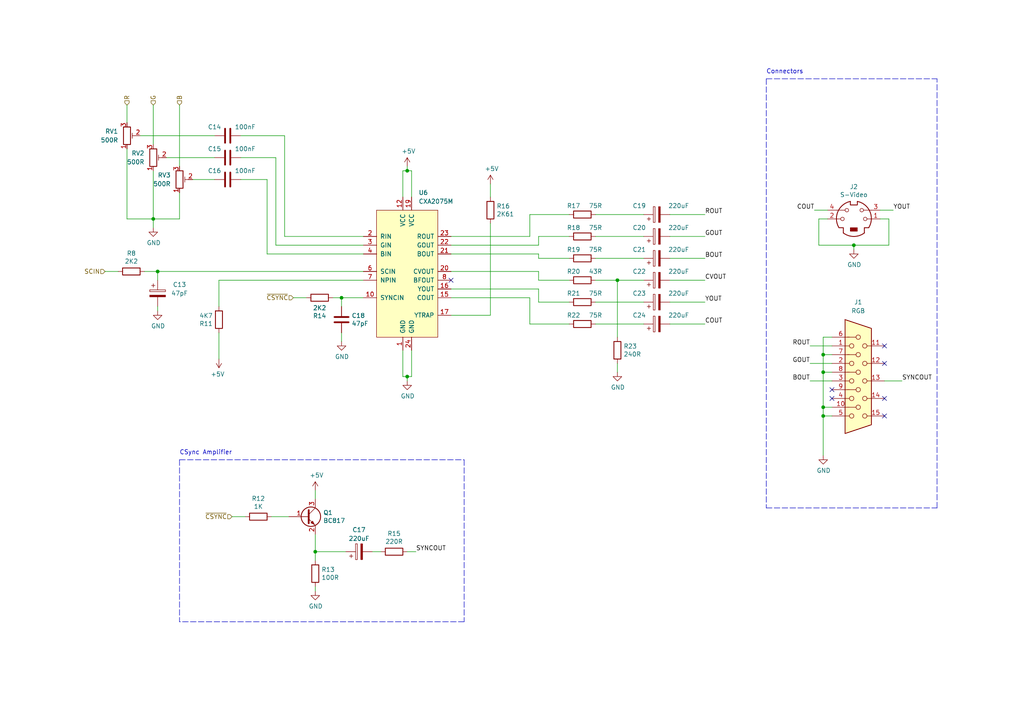
<source format=kicad_sch>
(kicad_sch (version 20211123) (generator eeschema)
  (paper "A4")
  (title_block (title "TRH9000") (date "2022-08-04") (rev "0") (company "The Retro Hacker") (comment 2 "Shared under CERN-OHL-S license") (comment 3 "TRH9000 - Open Source MSX Graphics Card based on the Yamaha V9990") (comment 4 "Designed  by: Cristiano Goncalves"))
  (lib_symbols
    (symbol "Connector:DB15_Female_HighDensity" (pin_names (offset 1.016) hide)
      (property "Reference" "J" (at 0 21.59 0))
      (property "Value" "DB15_Female_HighDensity" (at 0 19.05 0))
      (symbol "DB15_Female_HighDensity_0_1"
        (circle (center -1.905 -10.16) (radius 0.635))
        (circle (center -1.905 -5.08) (radius 0.635))
        (circle (center -1.905 0) (radius 0.635))
        (circle (center -1.905 5.08) (radius 0.635))
        (circle (center -1.905 10.16) (radius 0.635))
        (circle (center 0 -7.62) (radius 0.635))
        (circle (center 0 -2.54) (radius 0.635))
        (polyline (pts (xy -3.175 7.62) (xy -0.635 7.62)))
        (polyline (pts (xy -0.635 -7.62) (xy -3.175 -7.62)))
        (polyline (pts (xy -0.635 -2.54) (xy -3.175 -2.54)))
        (polyline (pts (xy -0.635 2.54) (xy -3.175 2.54)))
        (polyline (pts (xy -0.635 12.7) (xy -3.175 12.7)))
        (polyline (pts (xy -3.81 17.78) (xy -3.81 -15.24) (xy 3.81 -12.7) (xy 3.81 15.24) (xy -3.81 17.78)) (stroke (width 0.254)) (fill (type background)))
        (circle (center 0 2.54) (radius 0.635))
        (circle (center 0 7.62) (radius 0.635))
        (circle (center 0 12.7) (radius 0.635))
        (circle (center 1.905 -10.16) (radius 0.635))
        (circle (center 1.905 -5.08) (radius 0.635))
        (circle (center 1.905 0) (radius 0.635))
        (circle (center 1.905 5.08) (radius 0.635))
        (circle (center 1.905 10.16) (radius 0.635))
      )
      (symbol "DB15_Female_HighDensity_1_1"
        (pin passive line (at -7.62 10.16 0) (length 5.08) (name "~") (number "1"))
        (pin passive line (at -7.62 -7.62 0) (length 5.08) (name "~") (number "10"))
        (pin passive line (at 7.62 10.16 180) (length 5.08) (name "~") (number "11"))
        (pin passive line (at 7.62 5.08 180) (length 5.08) (name "~") (number "12"))
        (pin passive line (at 7.62 0 180) (length 5.08) (name "~") (number "13"))
        (pin passive line (at 7.62 -5.08 180) (length 5.08) (name "~") (number "14"))
        (pin passive line (at 7.62 -10.16 180) (length 5.08) (name "~") (number "15"))
        (pin passive line (at -7.62 5.08 0) (length 5.08) (name "~") (number "2"))
        (pin passive line (at -7.62 0 0) (length 5.08) (name "~") (number "3"))
        (pin passive line (at -7.62 -5.08 0) (length 5.08) (name "~") (number "4"))
        (pin passive line (at -7.62 -10.16 0) (length 5.08) (name "~") (number "5"))
        (pin passive line (at -7.62 12.7 0) (length 5.08) (name "~") (number "6"))
        (pin passive line (at -7.62 7.62 0) (length 5.08) (name "~") (number "7"))
        (pin passive line (at -7.62 2.54 0) (length 5.08) (name "~") (number "8"))
        (pin passive line (at -7.62 -2.54 0) (length 5.08) (name "~") (number "9"))
      )
    )
    (symbol "Connector:Mini-DIN-4" (pin_names (offset 1.016))
      (property "Reference" "J" (at 0 6.35 0))
      (property "Value" "Mini-DIN-4" (at 0 -6.35 0))
      (symbol "Mini-DIN-4_0_1"
        (circle (center -3.302 0) (radius 0.508))
        (arc (start -3.048 -4.064) (mid 0 -5.08) (end 3.048 -4.064) (stroke (width 0.254)))
        (circle (center -2.032 2.54) (radius 0.508))
        (rectangle (start -1.016 -2.54) (end 1.016 -3.556) (fill (type outline)))
        (arc (start -1.016 5.08) (mid -4.6228 2.1214) (end -4.318 -2.54) (stroke (width 0.254)))
        (polyline (pts (xy -3.81 0) (xy -5.08 0)))
        (polyline (pts (xy -2.54 2.54) (xy -5.08 2.54)))
        (polyline (pts (xy 2.794 2.54) (xy 5.08 2.54)))
        (polyline (pts (xy 5.08 0) (xy 3.81 0)))
        (polyline (pts (xy -4.318 -2.54) (xy -3.048 -2.54) (xy -3.048 -4.064)) (stroke (width 0.254)))
        (polyline (pts (xy 4.318 -2.54) (xy 3.048 -2.54) (xy 3.048 -4.064)) (stroke (width 0.254)))
        (polyline (pts (xy -1.016 5.08) (xy -1.016 4.064) (xy 1.016 4.064) (xy 1.016 5.08)) (stroke (width 0.254)))
        (circle (center 2.286 2.54) (radius 0.508))
        (circle (center 3.302 0) (radius 0.508))
        (arc (start 4.318 -2.54) (mid 4.6661 2.1322) (end 1.016 5.08) (stroke (width 0.254)))
      )
      (symbol "Mini-DIN-4_1_1"
        (pin passive line (at 7.62 0 180) (length 2.54) (name "~") (number "1"))
        (pin passive line (at -7.62 0 0) (length 2.54) (name "~") (number "2"))
        (pin passive line (at 7.62 2.54 180) (length 2.54) (name "~") (number "3"))
        (pin passive line (at -7.62 2.54 0) (length 2.54) (name "~") (number "4"))
      )
    )
    (symbol "Device:C" (pin_numbers hide) (pin_names (offset 0.254))
      (property "Reference" "C" (at 0.635 2.54 0))
      (property "Value" "C" (at 0.635 -2.54 0))
      (symbol "C_0_1"
        (polyline (pts (xy -2.032 -0.762) (xy 2.032 -0.762)) (stroke (width 0.508)))
        (polyline (pts (xy -2.032 0.762) (xy 2.032 0.762)) (stroke (width 0.508)))
      )
      (symbol "C_1_1"
        (pin passive line (at 0 3.81 270) (length 2.794) (name "~") (number "1"))
        (pin passive line (at 0 -3.81 90) (length 2.794) (name "~") (number "2"))
      )
    )
    (symbol "Device:C_Polarized" (pin_numbers hide) (pin_names (offset 0.254))
      (property "Reference" "C" (at 0.635 2.54 0))
      (property "Value" "C_Polarized" (at 0.635 -2.54 0))
      (symbol "C_Polarized_0_1"
        (rectangle (start -2.286 0.508) (end 2.286 1.016))
        (polyline (pts (xy -1.778 2.286) (xy -0.762 2.286)))
        (polyline (pts (xy -1.27 2.794) (xy -1.27 1.778)))
        (rectangle (start 2.286 -0.508) (end -2.286 -1.016) (fill (type outline)))
      )
      (symbol "C_Polarized_1_1"
        (pin passive line (at 0 3.81 270) (length 2.794) (name "~") (number "1"))
        (pin passive line (at 0 -3.81 90) (length 2.794) (name "~") (number "2"))
      )
    )
    (symbol "Device:R" (pin_numbers hide) (pin_names (offset 0))
      (property "Reference" "R" (at 2.032 0 90))
      (property "Value" "R" (at 0 0 90))
      (symbol "R_0_1"
        (rectangle (start -1.016 -2.54) (end 1.016 2.54) (stroke (width 0.254)))
      )
      (symbol "R_1_1"
        (pin passive line (at 0 3.81 270) (length 1.27) (name "~") (number "1"))
        (pin passive line (at 0 -3.81 90) (length 1.27) (name "~") (number "2"))
      )
    )
    (symbol "Device:R_Potentiometer_Trim" (pin_names (offset 1.016) hide)
      (property "Reference" "RV" (at -4.445 0 90))
      (property "Value" "R_Potentiometer_Trim" (at -2.54 0 90))
      (symbol "R_Potentiometer_Trim_0_1"
        (polyline (pts (xy 1.524 0.762) (xy 1.524 -0.762)))
        (polyline (pts (xy 2.54 0) (xy 1.524 0)))
        (rectangle (start 1.016 2.54) (end -1.016 -2.54) (stroke (width 0.254)))
      )
      (symbol "R_Potentiometer_Trim_1_1"
        (pin passive line (at 0 3.81 270) (length 1.27) (name "1") (number "1"))
        (pin passive line (at 3.81 0 180) (length 1.27) (name "2") (number "2"))
        (pin passive line (at 0 -3.81 90) (length 1.27) (name "3") (number "3"))
      )
    )
    (symbol "TRH9000:CXA2075M" (pin_names (offset 1.016))
      (property "Reference" "U" (at -8.89 20.32 0))
      (property "Value" "CXA2075M" (at 7.62 20.32 0))
      (symbol "CXA2075M_0_1"
        (rectangle (start -8.89 19.05) (end 8.89 -17.78) (fill (type background)))
      )
      (symbol "CXA2075M_1_1"
        (pin power_in line (at -1.27 -21.59 90) (length 3.81) (name "GND") (number "1"))
        (pin input line (at -12.7 -6.35 0) (length 3.81) (name "SYNCIN") (number "10"))
        (pin no_connect line (at -12.7 -8.89 0) (length 3.81) hide (name "NC") (number "11"))
        (pin power_in line (at -1.27 22.86 270) (length 3.81) (name "VCC") (number "12"))
        (pin no_connect line (at 12.7 13.97 180) (length 3.81) hide (name "NC") (number "13"))
        (pin no_connect line (at 11.43 -8.89 180) (length 3.81) hide (name "NC") (number "14"))
        (pin output line (at 12.7 -6.35 180) (length 3.81) (name "COUT") (number "15"))
        (pin output line (at 12.7 -3.81 180) (length 3.81) (name "YOUT") (number "16"))
        (pin input line (at 12.7 -11.43 180) (length 3.81) (name "YTRAP") (number "17"))
        (pin no_connect line (at 11.43 -13.97 180) (length 3.81) hide (name "NC") (number "18"))
        (pin power_in line (at 1.27 22.86 270) (length 3.81) (name "VCC") (number "19"))
        (pin input line (at -12.7 11.43 0) (length 3.81) (name "RIN") (number "2"))
        (pin output line (at 12.7 1.27 180) (length 3.81) (name "CVOUT") (number "20"))
        (pin output line (at 12.7 6.35 180) (length 3.81) (name "BOUT") (number "21"))
        (pin output line (at 12.7 8.89 180) (length 3.81) (name "GOUT") (number "22"))
        (pin output line (at 12.7 11.43 180) (length 3.81) (name "ROUT") (number "23"))
        (pin power_in line (at 1.27 -21.59 90) (length 3.81) (name "GND") (number "24"))
        (pin input line (at -12.7 8.89 0) (length 3.81) (name "GIN") (number "3"))
        (pin input line (at -12.7 6.35 0) (length 3.81) (name "BIN") (number "4"))
        (pin no_connect line (at -12.7 3.81 0) (length 3.81) hide (name "NC") (number "5"))
        (pin input line (at -12.7 1.27 0) (length 3.81) (name "SCIN") (number "6"))
        (pin input line (at -12.7 -1.27 0) (length 3.81) (name "NPIN") (number "7"))
        (pin output line (at 12.7 -1.27 180) (length 3.81) (name "BFOUT") (number "8"))
        (pin no_connect line (at -12.7 -3.81 0) (length 3.81) hide (name "NC") (number "9"))
      )
    )
    (symbol "Transistor_BJT:BC817" (pin_names (offset 0) hide)
      (property "Reference" "Q" (at 5.08 1.905 0))
      (property "Value" "BC817" (at 5.08 0 0))
      (symbol "BC817_0_1"
        (polyline (pts (xy 0.635 0.635) (xy 2.54 2.54)))
        (polyline (pts (xy 0.635 -0.635) (xy 2.54 -2.54) (xy 2.54 -2.54)))
        (polyline (pts (xy 0.635 1.905) (xy 0.635 -1.905) (xy 0.635 -1.905)) (stroke (width 0.508)))
        (polyline (pts (xy 1.27 -1.778) (xy 1.778 -1.27) (xy 2.286 -2.286) (xy 1.27 -1.778) (xy 1.27 -1.778)) (fill (type outline)))
        (circle (center 1.27 0) (radius 2.8194) (stroke (width 0.254)))
      )
      (symbol "BC817_1_1"
        (pin input line (at -5.08 0 0) (length 5.715) (name "B") (number "1"))
        (pin passive line (at 2.54 -5.08 90) (length 2.54) (name "E") (number "2"))
        (pin passive line (at 2.54 5.08 270) (length 2.54) (name "C") (number "3"))
      )
    )
    (symbol "power:+5V" (power) (pin_names (offset 0))
      (property "Value" "+5V" (at 0 3.556 0))
      (symbol "+5V_0_1"
        (polyline (pts (xy -0.762 1.27) (xy 0 2.54)))
        (polyline (pts (xy 0 0) (xy 0 2.54)))
        (polyline (pts (xy 0 2.54) (xy 0.762 1.27)))
      )
      (symbol "+5V_1_1"
        (pin power_in line (at 0 0 90) (length 0) hide (name "+5V") (number "1"))
      )
    )
    (symbol "power:GND" (power) (pin_names (offset 0))
      (property "Value" "GND" (at 0 -3.81 0))
      (symbol "GND_0_1"
        (polyline (pts (xy 0 0) (xy 0 -1.27) (xy 1.27 -1.27) (xy 0 -2.54) (xy -1.27 -1.27) (xy 0 -1.27)))
      )
      (symbol "GND_1_1"
        (pin power_in line (at 0 0 270) (length 0) hide (name "GND") (number "1"))
      )
    )
  )
  (junction (at 118.11 109.22))
  (junction (at 99.06 86.36))
  (junction (at 45.72 78.74))
  (junction (at 247.65 71.12))
  (junction (at 179.07 81.28))
  (junction (at 118.11 49.53))
  (junction (at 238.76 120.65))
  (junction (at 44.45 63.5))
  (junction (at 238.76 107.95))
  (junction (at 91.44 160.02))
  (junction (at 238.76 102.87))
  (junction (at 238.76 118.11))
  (no_connect (at 256.54 115.57))
  (no_connect (at 130.81 81.28))
  (no_connect (at 241.3 115.57))
  (no_connect (at 256.54 100.33))
  (no_connect (at 256.54 105.41))
  (no_connect (at 256.54 120.65))
  (no_connect (at 241.3 113.03))
  (wire (pts (xy 52.07 55.88) (xy 52.07 63.5)))
  (wire (pts (xy 63.5 96.52) (xy 63.5 104.14)))
  (wire (pts (xy 257.81 71.12) (xy 247.65 71.12)))
  (wire (pts (xy 99.06 99.06) (xy 99.06 96.52)))
  (wire (pts (xy 156.21 74.93) (xy 165.1 74.93)))
  (wire (pts (xy 120.65 160.02) (xy 118.11 160.02)))
  (wire (pts (xy 238.76 107.95) (xy 238.76 118.11)))
  (wire (pts (xy 105.41 73.66) (xy 77.47 73.66)))
  (wire (pts (xy 116.84 109.22) (xy 118.11 109.22)))
  (wire (pts (xy 130.81 86.36) (xy 153.67 86.36)))
  (wire (pts (xy 63.5 81.28) (xy 63.5 88.9)))
  (wire (pts (xy 237.49 71.12) (xy 237.49 63.5)))
  (wire (pts (xy 156.21 73.66) (xy 156.21 74.93)))
  (polyline (pts (xy 52.07 133.35) (xy 134.62 133.35)))
  (wire (pts (xy 118.11 48.26) (xy 118.11 49.53)))
  (polyline (pts (xy 134.62 133.35) (xy 134.62 180.34)))
  (wire (pts (xy 156.21 68.58) (xy 156.21 71.12)))
  (wire (pts (xy 153.67 62.23) (xy 153.67 68.58)))
  (wire (pts (xy 186.69 62.23) (xy 172.72 62.23)))
  (wire (pts (xy 91.44 144.78) (xy 91.44 142.24)))
  (wire (pts (xy 105.41 81.28) (xy 63.5 81.28)))
  (wire (pts (xy 241.3 97.79) (xy 238.76 97.79)))
  (wire (pts (xy 194.31 74.93) (xy 204.47 74.93)))
  (wire (pts (xy 234.95 100.33) (xy 241.3 100.33)))
  (wire (pts (xy 44.45 49.53) (xy 44.45 63.5)))
  (polyline (pts (xy 222.25 147.32) (xy 271.78 147.32)))
  (wire (pts (xy 96.52 86.36) (xy 99.06 86.36)))
  (wire (pts (xy 55.88 52.07) (xy 62.23 52.07)))
  (polyline (pts (xy 134.62 180.34) (xy 52.07 180.34)))
  (wire (pts (xy 238.76 118.11) (xy 241.3 118.11)))
  (wire (pts (xy 80.01 45.72) (xy 69.85 45.72)))
  (wire (pts (xy 116.84 49.53) (xy 118.11 49.53)))
  (wire (pts (xy 82.55 39.37) (xy 69.85 39.37)))
  (wire (pts (xy 44.45 63.5) (xy 44.45 66.04)))
  (wire (pts (xy 80.01 45.72) (xy 80.01 71.12)))
  (wire (pts (xy 237.49 63.5) (xy 240.03 63.5)))
  (wire (pts (xy 45.72 78.74) (xy 105.41 78.74)))
  (wire (pts (xy 130.81 71.12) (xy 156.21 71.12)))
  (wire (pts (xy 156.21 87.63) (xy 165.1 87.63)))
  (wire (pts (xy 179.07 81.28) (xy 172.72 81.28)))
  (wire (pts (xy 153.67 93.98) (xy 165.1 93.98)))
  (wire (pts (xy 255.27 63.5) (xy 257.81 63.5)))
  (wire (pts (xy 186.69 93.98) (xy 172.72 93.98)))
  (wire (pts (xy 105.41 71.12) (xy 80.01 71.12)))
  (wire (pts (xy 238.76 102.87) (xy 238.76 107.95)))
  (wire (pts (xy 194.31 87.63) (xy 204.47 87.63)))
  (wire (pts (xy 204.47 81.28) (xy 194.31 81.28)))
  (wire (pts (xy 119.38 49.53) (xy 119.38 57.15)))
  (wire (pts (xy 240.03 60.96) (xy 236.22 60.96)))
  (wire (pts (xy 130.81 83.82) (xy 156.21 83.82)))
  (wire (pts (xy 153.67 62.23) (xy 165.1 62.23)))
  (wire (pts (xy 256.54 110.49) (xy 261.62 110.49)))
  (wire (pts (xy 118.11 49.53) (xy 119.38 49.53)))
  (wire (pts (xy 99.06 88.9) (xy 99.06 86.36)))
  (wire (pts (xy 241.3 120.65) (xy 238.76 120.65)))
  (wire (pts (xy 85.09 86.36) (xy 88.9 86.36)))
  (wire (pts (xy 45.72 78.74) (xy 45.72 81.28)))
  (wire (pts (xy 172.72 87.63) (xy 186.69 87.63)))
  (wire (pts (xy 36.83 63.5) (xy 44.45 63.5)))
  (wire (pts (xy 119.38 101.6) (xy 119.38 109.22)))
  (wire (pts (xy 247.65 71.12) (xy 237.49 71.12)))
  (wire (pts (xy 153.67 86.36) (xy 153.67 93.98)))
  (wire (pts (xy 116.84 101.6) (xy 116.84 109.22)))
  (wire (pts (xy 40.64 39.37) (xy 62.23 39.37)))
  (wire (pts (xy 30.48 78.74) (xy 34.29 78.74)))
  (wire (pts (xy 179.07 107.95) (xy 179.07 105.41)))
  (wire (pts (xy 78.74 149.86) (xy 83.82 149.86)))
  (wire (pts (xy 247.65 72.39) (xy 247.65 71.12)))
  (wire (pts (xy 156.21 78.74) (xy 156.21 81.28)))
  (wire (pts (xy 130.81 73.66) (xy 156.21 73.66)))
  (wire (pts (xy 238.76 102.87) (xy 241.3 102.87)))
  (wire (pts (xy 67.31 149.86) (xy 71.12 149.86)))
  (wire (pts (xy 186.69 81.28) (xy 179.07 81.28)))
  (wire (pts (xy 110.49 160.02) (xy 107.95 160.02)))
  (wire (pts (xy 238.76 120.65) (xy 238.76 132.08)))
  (wire (pts (xy 142.24 91.44) (xy 142.24 64.77)))
  (wire (pts (xy 130.81 78.74) (xy 156.21 78.74)))
  (wire (pts (xy 186.69 68.58) (xy 172.72 68.58)))
  (wire (pts (xy 36.83 30.48) (xy 36.83 35.56)))
  (wire (pts (xy 45.72 88.9) (xy 45.72 90.17)))
  (wire (pts (xy 44.45 30.48) (xy 44.45 41.91)))
  (wire (pts (xy 238.76 107.95) (xy 241.3 107.95)))
  (wire (pts (xy 179.07 97.79) (xy 179.07 81.28)))
  (wire (pts (xy 91.44 154.94) (xy 91.44 160.02)))
  (wire (pts (xy 194.31 62.23) (xy 204.47 62.23)))
  (wire (pts (xy 238.76 97.79) (xy 238.76 102.87)))
  (wire (pts (xy 130.81 68.58) (xy 153.67 68.58)))
  (wire (pts (xy 234.95 110.49) (xy 241.3 110.49)))
  (wire (pts (xy 48.26 45.72) (xy 62.23 45.72)))
  (wire (pts (xy 82.55 39.37) (xy 82.55 68.58)))
  (polyline (pts (xy 52.07 133.35) (xy 52.07 180.34)))
  (wire (pts (xy 238.76 118.11) (xy 238.76 120.65)))
  (wire (pts (xy 52.07 63.5) (xy 44.45 63.5)))
  (wire (pts (xy 257.81 63.5) (xy 257.81 71.12)))
  (wire (pts (xy 105.41 68.58) (xy 82.55 68.58)))
  (wire (pts (xy 118.11 110.49) (xy 118.11 109.22)))
  (wire (pts (xy 116.84 49.53) (xy 116.84 57.15)))
  (wire (pts (xy 100.33 160.02) (xy 91.44 160.02)))
  (wire (pts (xy 156.21 81.28) (xy 165.1 81.28)))
  (wire (pts (xy 41.91 78.74) (xy 45.72 78.74)))
  (wire (pts (xy 259.08 60.96) (xy 255.27 60.96)))
  (wire (pts (xy 156.21 68.58) (xy 165.1 68.58)))
  (polyline (pts (xy 222.25 22.86) (xy 222.25 147.32)))
  (wire (pts (xy 36.83 43.18) (xy 36.83 63.5)))
  (wire (pts (xy 204.47 68.58) (xy 194.31 68.58)))
  (wire (pts (xy 52.07 30.48) (xy 52.07 48.26)))
  (wire (pts (xy 99.06 86.36) (xy 105.41 86.36)))
  (wire (pts (xy 204.47 93.98) (xy 194.31 93.98)))
  (wire (pts (xy 172.72 74.93) (xy 186.69 74.93)))
  (wire (pts (xy 91.44 170.18) (xy 91.44 171.45)))
  (wire (pts (xy 234.95 105.41) (xy 241.3 105.41)))
  (wire (pts (xy 91.44 160.02) (xy 91.44 162.56)))
  (polyline (pts (xy 271.78 147.32) (xy 271.78 22.86)))
  (polyline (pts (xy 222.25 22.86) (xy 271.78 22.86)))
  (wire (pts (xy 156.21 83.82) (xy 156.21 87.63)))
  (wire (pts (xy 142.24 57.15) (xy 142.24 53.34)))
  (wire (pts (xy 77.47 52.07) (xy 69.85 52.07)))
  (wire (pts (xy 118.11 109.22) (xy 119.38 109.22)))
  (wire (pts (xy 130.81 91.44) (xy 142.24 91.44)))
  (wire (pts (xy 77.47 52.07) (xy 77.47 73.66)))
  (text "CSync Amplifier" (at 52.07 132.08 0) (effects (font (size 1.27 1.27)) (justify left bottom)))
  (text "Connectors\n" (at 222.25 21.59 0) (effects (font (size 1.27 1.27)) (justify left bottom)))
  (label "COUT" (at 204.47 93.98 0))
  (label "YOUT" (at 204.47 87.63 0))
  (label "ROUT" (at 204.47 62.23 0))
  (label "BOUT" (at 234.95 110.49 180))
  (label "SYNCOUT" (at 261.62 110.49 0))
  (label "BOUT" (at 204.47 74.93 0))
  (label "YOUT" (at 259.08 60.96 0))
  (label "CVOUT" (at 204.47 81.28 0))
  (label "SYNCOUT" (at 120.65 160.02 0))
  (label "ROUT" (at 234.95 100.33 180))
  (label "COUT" (at 236.22 60.96 180))
  (label "GOUT" (at 204.47 68.58 0))
  (label "GOUT" (at 234.95 105.41 180))
  (hierarchical_label "G" (shape input) (at 44.45 30.48 90))
  (hierarchical_label "~{CSYNC}" (shape input) (at 67.31 149.86 180))
  (hierarchical_label "B" (shape input) (at 52.07 30.48 90))
  (hierarchical_label "~{CSYNC}" (shape input) (at 85.09 86.36 180))
  (hierarchical_label "SCIN" (shape input) (at 30.48 78.74 180))
  (hierarchical_label "R" (shape input) (at 36.83 30.48 90))
  (symbol (lib_id "Device:R") (at 168.91 87.63 270) (unit 1)
    (property "Reference" "R21" (at 166.37 85.09 90))
    (property "Value" "75R" (at 172.72 85.09 90))
    (property "Footprint" "Resistor_SMD:R_0805_2012Metric" (effects hide))
  )
  (symbol (lib_id "power:GND") (at 118.11 110.49 0) (unit 1)
    (property "Reference" "#PWR0143" (effects hide))
    (property "Value" "GND" (at 118.237 114.8842 0))
  )
  (symbol (lib_id "power:+5V") (at 118.11 48.26 0) (unit 1)
    (property "Reference" "#PWR0139" (effects hide))
    (property "Value" "+5V" (at 118.491 43.8658 0))
  )
  (symbol (lib_id "Device:R_Potentiometer_Trim") (at 44.45 45.72 0) (mirror x) (unit 1)
    (property "Reference" "RV2" (at 41.91 44.4499 0) (effects (justify right)))
    (property "Value" "500R" (at 41.91 46.9899 0) (effects (justify right)))
    (property "Footprint" "Potentiometer_SMD:Potentiometer_Bourns_3314G_Vertical" (effects hide))
  )
  (symbol (lib_id "Device:C_Polarized") (at 190.5 74.93 90) (unit 1)
    (property "Reference" "C21" (at 185.42 72.39 90))
    (property "Value" "220uF" (at 196.85 72.39 90))
    (property "Footprint" "Capacitor_THT:CP_Radial_D5.0mm_P2.50mm" (effects hide))
  )
  (symbol (lib_id "Device:R") (at 91.44 166.37 0) (unit 1)
    (property "Reference" "R13" (at 93.218 165.2016 0) (effects (justify left)))
    (property "Value" "100R" (at 93.218 167.513 0) (effects (justify left)))
    (property "Footprint" "Resistor_SMD:R_0805_2012Metric" (effects hide))
  )
  (symbol (lib_id "power:GND") (at 99.06 99.06 0) (unit 1)
    (property "Reference" "#PWR0144" (effects hide))
    (property "Value" "GND" (at 99.187 103.4542 0))
  )
  (symbol (lib_id "Device:C") (at 66.04 39.37 270) (unit 1)
    (property "Reference" "C14" (at 62.23 36.83 90))
    (property "Value" "100nF" (at 71.12 36.83 90))
    (property "Footprint" "Capacitor_SMD:C_0805_2012Metric" (effects hide))
  )
  (symbol (lib_id "power:GND") (at 91.44 171.45 0) (unit 1)
    (property "Reference" "#PWR0142" (effects hide))
    (property "Value" "GND" (at 91.567 175.8442 0))
  )
  (symbol (lib_id "Device:R") (at 168.91 62.23 270) (unit 1)
    (property "Reference" "R17" (at 166.37 59.69 90))
    (property "Value" "75R" (at 172.72 59.69 90))
    (property "Footprint" "Resistor_SMD:R_0805_2012Metric" (effects hide))
  )
  (symbol (lib_id "Device:C_Polarized") (at 190.5 81.28 90) (unit 1)
    (property "Reference" "C22" (at 185.42 78.74 90))
    (property "Value" "220uF" (at 196.85 78.74 90))
    (property "Footprint" "Capacitor_THT:CP_Radial_D5.0mm_P2.50mm" (effects hide))
  )
  (symbol (lib_id "power:GND") (at 45.72 90.17 0) (unit 1)
    (property "Reference" "#PWR0146" (effects hide))
    (property "Value" "GND" (at 45.847 94.5642 0))
  )
  (symbol (lib_id "Device:C_Polarized") (at 190.5 62.23 90) (unit 1)
    (property "Reference" "C19" (at 185.42 59.69 90))
    (property "Value" "220uF" (at 196.85 59.69 90))
    (property "Footprint" "Capacitor_THT:CP_Radial_D5.0mm_P2.50mm" (effects hide))
  )
  (symbol (lib_id "Device:R") (at 168.91 93.98 270) (unit 1)
    (property "Reference" "R22" (at 166.37 91.44 90))
    (property "Value" "75R" (at 172.72 91.44 90))
    (property "Footprint" "Resistor_SMD:R_0805_2012Metric" (effects hide))
  )
  (symbol (lib_id "Device:C") (at 99.06 92.71 0) (unit 1)
    (property "Reference" "C18" (at 101.981 91.5416 0) (effects (justify left)))
    (property "Value" "47pF" (at 101.981 93.853 0) (effects (justify left)))
    (property "Footprint" "Capacitor_SMD:C_0805_2012Metric" (effects hide))
  )
  (symbol (lib_id "power:GND") (at 247.65 72.39 0) (unit 1)
    (property "Reference" "#PWR0149" (effects hide))
    (property "Value" "GND" (at 247.777 76.7842 0))
  )
  (symbol (lib_id "Device:R") (at 74.93 149.86 270) (unit 1)
    (property "Reference" "R12" (at 74.93 144.6022 90))
    (property "Value" "1K" (at 74.93 146.9136 90))
    (property "Footprint" "Resistor_SMD:R_0805_2012Metric" (effects hide))
  )
  (symbol (lib_id "Device:R") (at 168.91 81.28 270) (unit 1)
    (property "Reference" "R20" (at 166.37 78.74 90))
    (property "Value" "43R" (at 172.72 78.74 90))
    (property "Footprint" "Resistor_SMD:R_0805_2012Metric" (effects hide))
  )
  (symbol (lib_id "power:+5V") (at 142.24 53.34 0) (unit 1)
    (property "Reference" "#PWR0140" (effects hide))
    (property "Value" "+5V" (at 142.621 48.9458 0))
  )
  (symbol (lib_id "Device:C_Polarized") (at 45.72 85.09 0) (unit 1)
    (property "Reference" "C13" (at 52.07 82.55 0))
    (property "Value" "47pF" (at 52.07 85.09 0))
    (property "Footprint" "Capacitor_THT:CP_Radial_D5.0mm_P2.50mm" (effects hide))
  )
  (symbol (lib_id "power:GND") (at 44.45 66.04 0) (unit 1)
    (property "Reference" "#PWR0145" (effects hide))
    (property "Value" "GND" (at 44.577 70.4342 0))
  )
  (symbol (lib_id "Connector:Mini-DIN-4") (at 247.65 63.5 0) (unit 1)
    (property "Reference" "J2" (at 247.65 54.1782 0))
    (property "Value" "S-Video" (at 247.65 56.4896 0))
    (property "Footprint" "Connector_PinHeader_2.54mm:PinHeader_1x04_P2.54mm_Vertical" (effects hide))
    (property "Datasheet" "http://service.powerdynamics.com/ec/Catalog17/Section%2011.pdf" (effects hide))
  )
  (symbol (lib_id "Transistor_BJT:BC817") (at 88.9 149.86 0) (unit 1)
    (property "Reference" "Q1" (at 93.7514 148.6916 0) (effects (justify left)))
    (property "Value" "BC817" (at 93.7514 151.003 0) (effects (justify left)))
    (property "Footprint" "Package_TO_SOT_SMD:SOT-23" (effects hide))
    (property "Datasheet" "https://www.onsemi.com/pub/Collateral/BC818-D.pdf" (effects hide))
  )
  (symbol (lib_id "power:+5V") (at 91.44 142.24 0) (unit 1)
    (property "Reference" "#PWR0141" (effects hide))
    (property "Value" "+5V" (at 91.821 137.8458 0))
  )
  (symbol (lib_id "power:+5V") (at 63.5 104.14 180) (unit 1)
    (property "Reference" "#PWR0147" (effects hide))
    (property "Value" "+5V" (at 63.119 108.5342 0))
  )
  (symbol (lib_id "Device:R") (at 92.71 86.36 90) (unit 1)
    (property "Reference" "R14" (at 92.71 91.6178 90))
    (property "Value" "2K2" (at 92.71 89.3064 90))
    (property "Footprint" "Resistor_SMD:R_0805_2012Metric" (effects hide))
  )
  (symbol (lib_id "Device:R_Potentiometer_Trim") (at 52.07 52.07 0) (mirror x) (unit 1)
    (property "Reference" "RV3" (at 49.53 50.7999 0) (effects (justify right)))
    (property "Value" "500R" (at 49.53 53.3399 0) (effects (justify right)))
    (property "Footprint" "Potentiometer_SMD:Potentiometer_Bourns_3314G_Vertical" (effects hide))
  )
  (symbol (lib_id "TRH9000:CXA2075M") (at 118.11 80.01 0) (unit 1)
    (property "Reference" "U6" (at 121.3994 55.88 0) (effects (justify left)))
    (property "Value" "CXA2075M" (at 121.3994 58.42 0) (effects (justify left)))
    (property "Footprint" "Package_SO:SOP-24_7.5x15.4mm_P1.27mm" (effects hide))
  )
  (symbol (lib_id "Device:C") (at 66.04 45.72 270) (unit 1)
    (property "Reference" "C15" (at 62.23 43.18 90))
    (property "Value" "100nF" (at 71.12 43.18 90))
    (property "Footprint" "Capacitor_SMD:C_0805_2012Metric" (effects hide))
  )
  (symbol (lib_id "Device:R") (at 179.07 101.6 0) (unit 1)
    (property "Reference" "R23" (at 180.848 100.4316 0) (effects (justify left)))
    (property "Value" "240R" (at 180.848 102.743 0) (effects (justify left)))
    (property "Footprint" "Resistor_SMD:R_0805_2012Metric" (effects hide))
  )
  (symbol (lib_id "Device:R") (at 142.24 60.96 0) (unit 1)
    (property "Reference" "R16" (at 144.018 59.7916 0) (effects (justify left)))
    (property "Value" "2K61" (at 144.018 62.103 0) (effects (justify left)))
    (property "Footprint" "Resistor_SMD:R_0805_2012Metric" (effects hide))
  )
  (symbol (lib_id "Device:R") (at 168.91 74.93 270) (unit 1)
    (property "Reference" "R19" (at 166.37 72.39 90))
    (property "Value" "75R" (at 172.72 72.39 90))
    (property "Footprint" "Resistor_SMD:R_0805_2012Metric" (effects hide))
  )
  (symbol (lib_id "Device:R") (at 114.3 160.02 270) (unit 1)
    (property "Reference" "R15" (at 114.3 154.7622 90))
    (property "Value" "220R" (at 114.3 157.0736 90))
    (property "Footprint" "Resistor_SMD:R_0805_2012Metric" (effects hide))
  )
  (symbol (lib_id "Device:R") (at 38.1 78.74 270) (unit 1)
    (property "Reference" "R8" (at 38.1 73.4822 90))
    (property "Value" "2K2" (at 38.1 75.7936 90))
    (property "Footprint" "Resistor_SMD:R_0805_2012Metric" (effects hide))
  )
  (symbol (lib_id "Device:C_Polarized") (at 190.5 87.63 90) (unit 1)
    (property "Reference" "C23" (at 185.42 85.09 90))
    (property "Value" "220uF" (at 196.85 85.09 90))
    (property "Footprint" "Capacitor_THT:CP_Radial_D5.0mm_P2.50mm" (effects hide))
  )
  (symbol (lib_id "Device:C_Polarized") (at 190.5 93.98 90) (unit 1)
    (property "Reference" "C24" (at 185.42 91.44 90))
    (property "Value" "220uF" (at 196.85 91.44 90))
    (property "Footprint" "Capacitor_THT:CP_Radial_D5.0mm_P2.50mm" (effects hide))
  )
  (symbol (lib_id "Device:C") (at 66.04 52.07 270) (unit 1)
    (property "Reference" "C16" (at 62.23 49.53 90))
    (property "Value" "100nF" (at 71.12 49.53 90))
    (property "Footprint" "Capacitor_SMD:C_0805_2012Metric" (effects hide))
  )
  (symbol (lib_id "Connector:DB15_Female_HighDensity") (at 248.92 110.49 0) (unit 1)
    (property "Reference" "J1" (at 248.92 87.63 0))
    (property "Value" "RGB" (at 248.92 90.17 0))
    (property "Footprint" "Connector_Dsub:DSUB-15-HD_Female_Horizontal_P2.29x1.98mm_EdgePinOffset3.03mm_Housed_MountingHolesOffset4.94mm" (effects hide))
    (property "Datasheet" " ~" (effects hide))
  )
  (symbol (lib_id "Device:R") (at 168.91 68.58 270) (unit 1)
    (property "Reference" "R18" (at 166.37 66.04 90))
    (property "Value" "75R" (at 172.72 66.04 90))
    (property "Footprint" "Resistor_SMD:R_0805_2012Metric" (effects hide))
  )
  (symbol (lib_id "Device:C_Polarized") (at 104.14 160.02 90) (unit 1)
    (property "Reference" "C17" (at 104.14 153.67 90))
    (property "Value" "220uF" (at 104.14 156.21 90))
    (property "Footprint" "Capacitor_THT:CP_Radial_D5.0mm_P2.50mm" (effects hide))
  )
  (symbol (lib_id "Device:R_Potentiometer_Trim") (at 36.83 39.37 0) (mirror x) (unit 1)
    (property "Reference" "RV1" (at 34.29 38.0999 0) (effects (justify right)))
    (property "Value" "500R" (at 34.29 40.6399 0) (effects (justify right)))
    (property "Footprint" "Potentiometer_SMD:Potentiometer_Bourns_3314G_Vertical" (effects hide))
  )
  (symbol (lib_id "power:GND") (at 179.07 107.95 0) (unit 1)
    (property "Reference" "#PWR0150" (effects hide))
    (property "Value" "GND" (at 179.197 112.3442 0))
  )
  (symbol (lib_id "Device:C_Polarized") (at 190.5 68.58 90) (unit 1)
    (property "Reference" "C20" (at 185.42 66.04 90))
    (property "Value" "220uF" (at 196.85 66.04 90))
    (property "Footprint" "Capacitor_THT:CP_Radial_D5.0mm_P2.50mm" (effects hide))
  )
  (symbol (lib_id "power:GND") (at 238.76 132.08 0) (unit 1)
    (property "Reference" "#PWR0151" (effects hide))
    (property "Value" "GND" (at 238.887 136.4742 0))
  )
  (symbol (lib_id "Device:R") (at 63.5 92.71 180) (unit 1)
    (property "Reference" "R11" (at 61.722 93.8784 0) (effects (justify left)))
    (property "Value" "4K7" (at 61.722 91.567 0) (effects (justify left)))
    (property "Footprint" "Resistor_SMD:R_0805_2012Metric" (effects hide))
  )
)
</source>
